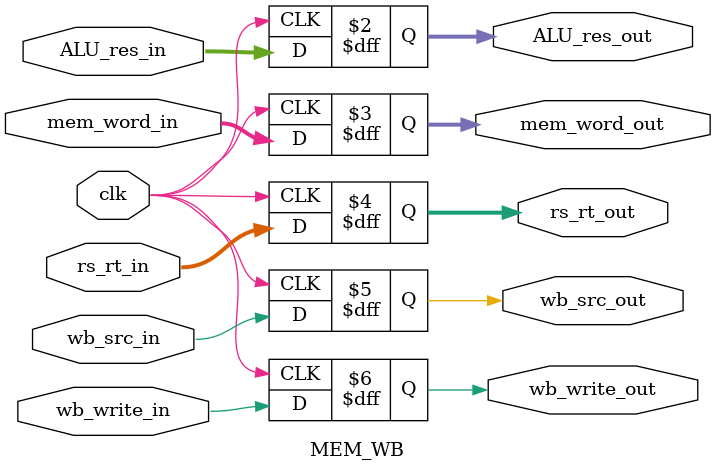
<source format=v>
`timescale 1 ns / 1 ps

module MEM_WB (
	input [31:0] ALU_res_in,
	output reg [31:0] ALU_res_out,
	input [31:0] mem_word_in,
	output reg [31:0] mem_word_out,
	input [4:0] rs_rt_in,
	output reg [4:0] rs_rt_out,
	input wb_src_in,
	output reg wb_src_out,
	input wb_write_in,
	output reg wb_write_out,
	input clk);
	
	always @(posedge clk)
		begin
			ALU_res_out<=ALU_res_in;
			mem_word_out<=mem_word_in;
			rs_rt_out<=rs_rt_in;
			wb_src_out<=wb_src_in;
			wb_write_out<=wb_write_in;
		end
//}} End of automatically maintained section

// -- Enter your statements here -- //

endmodule

</source>
